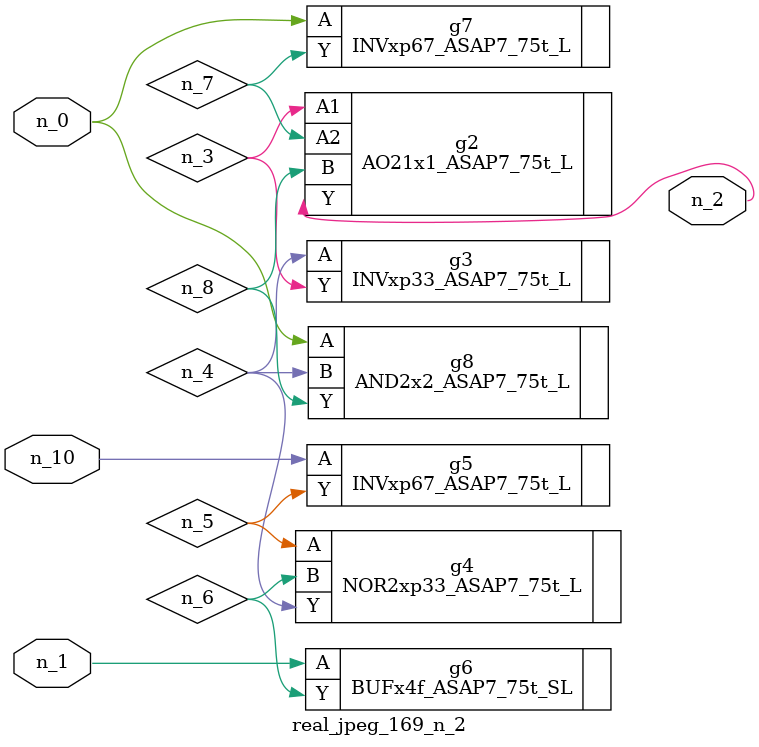
<source format=v>
module real_jpeg_169_n_2 (n_1, n_10, n_0, n_2);

input n_1;
input n_10;
input n_0;

output n_2;

wire n_5;
wire n_4;
wire n_8;
wire n_6;
wire n_7;
wire n_3;

INVxp67_ASAP7_75t_L g7 ( 
.A(n_0),
.Y(n_7)
);

AND2x2_ASAP7_75t_L g8 ( 
.A(n_0),
.B(n_4),
.Y(n_8)
);

BUFx4f_ASAP7_75t_SL g6 ( 
.A(n_1),
.Y(n_6)
);

AO21x1_ASAP7_75t_L g2 ( 
.A1(n_3),
.A2(n_7),
.B(n_8),
.Y(n_2)
);

INVxp33_ASAP7_75t_L g3 ( 
.A(n_4),
.Y(n_3)
);

NOR2xp33_ASAP7_75t_L g4 ( 
.A(n_5),
.B(n_6),
.Y(n_4)
);

INVxp67_ASAP7_75t_L g5 ( 
.A(n_10),
.Y(n_5)
);


endmodule
</source>
